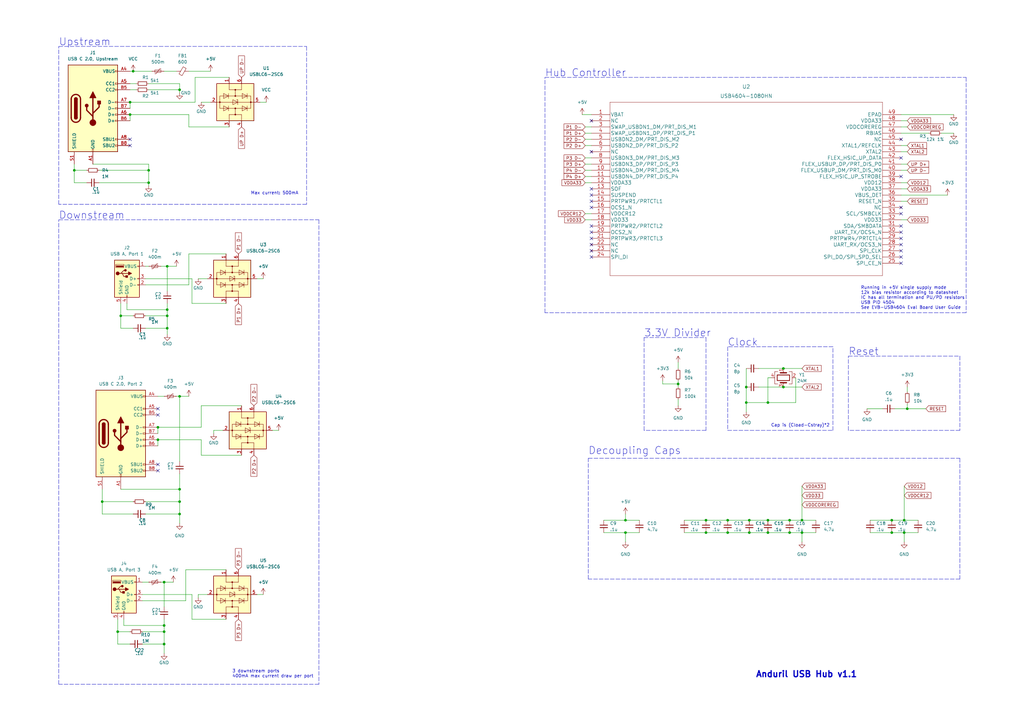
<source format=kicad_sch>
(kicad_sch (version 20211123) (generator eeschema)
  (paper "A3")
  (lib_symbols
    (symbol "2022-11-15_04-27-52:USB4604-1080HN" (pin_names (offset 0.254))
      (property "Reference" "U" (at 63.5 10.16 0))
      (property "Value" "USB4604-1080HN" (at 63.5 7.62 0))
      (symbol "USB4604-1080HN_1_1"
        (polyline (pts (xy 7.62 -66.04) (xy 119.38 -66.04)) (stroke (width 0.127)))
        (polyline (pts (xy 7.62 5.08) (xy 7.62 -66.04)) (stroke (width 0.127)))
        (polyline (pts (xy 119.38 -66.04) (xy 119.38 5.08)) (stroke (width 0.127)))
        (polyline (pts (xy 119.38 5.08) (xy 7.62 5.08)) (stroke (width 0.127)))
        (pin power_in line (at 0 0 0) (length 7.62) (name "VBAT") (number "1"))
        (pin bidirectional line (at 0 -22.86 0) (length 7.62) (name "USBDN4_DM/PRT_DIS_M4") (number "10"))
        (pin bidirectional line (at 0 -25.4 0) (length 7.62) (name "USBDN4_DP/PRT_DIS_P4") (number "11"))
        (pin power_in line (at 0 -27.94 0) (length 7.62) (name "VDDA33") (number "12"))
        (pin input line (at 0 -30.48 0) (length 7.62) (name "SOF") (number "13"))
        (pin unspecified line (at 0 -33.02 0) (length 7.62) (name "SUSPEND") (number "14"))
        (pin output line (at 0 -35.56 0) (length 7.62) (name "PRTPWR1/PRTCTL1") (number "15"))
        (pin input line (at 0 -38.1 0) (length 7.62) (name "OCS1_N") (number "16"))
        (pin power_in line (at 0 -40.64 0) (length 7.62) (name "VDDCR12") (number "17"))
        (pin power_in line (at 0 -43.18 0) (length 7.62) (name "VDD33") (number "18"))
        (pin output line (at 0 -45.72 0) (length 7.62) (name "PRTPWR2/PRTCTL2") (number "19"))
        (pin no_connect line (at 0 -2.54 0) (length 7.62) (name "NC") (number "2"))
        (pin input line (at 0 -48.26 0) (length 7.62) (name "OCS2_N") (number "20"))
        (pin output line (at 0 -50.8 0) (length 7.62) (name "PRTPWR3/PRTCTL3") (number "21"))
        (pin no_connect line (at 0 -53.34 0) (length 7.62) (name "NC") (number "22"))
        (pin no_connect line (at 0 -55.88 0) (length 7.62) (name "NC") (number "23"))
        (pin input line (at 0 -58.42 0) (length 7.62) (name "SPI_DI") (number "24"))
        (pin output line (at 127 -60.96 180) (length 7.62) (name "SPI_CE_N") (number "25"))
        (pin output line (at 127 -58.42 180) (length 7.62) (name "SPI_DO/SPI_SPD_SEL") (number "26"))
        (pin output line (at 127 -55.88 180) (length 7.62) (name "SPI_CLK") (number "27"))
        (pin unspecified line (at 127 -53.34 180) (length 7.62) (name "UART_RX/OCS3_N") (number "28"))
        (pin bidirectional line (at 127 -50.8 180) (length 7.62) (name "PRTPWR4/PRTCTL4") (number "29"))
        (pin bidirectional line (at 0 -5.08 0) (length 7.62) (name "SWAP_USBDN1_DM/PRT_DIS_M1") (number "3"))
        (pin output line (at 127 -48.26 180) (length 7.62) (name "UART_TX/OCS4_N") (number "30"))
        (pin bidirectional line (at 127 -45.72 180) (length 7.62) (name "SDA/SMBDATA") (number "31"))
        (pin power_in line (at 127 -43.18 180) (length 7.62) (name "VDD33") (number "32"))
        (pin input line (at 127 -40.64 180) (length 7.62) (name "SCL/SMBCLK") (number "33"))
        (pin no_connect line (at 127 -38.1 180) (length 7.62) (name "NC") (number "34"))
        (pin input line (at 127 -35.56 180) (length 7.62) (name "RESET_N") (number "35"))
        (pin input line (at 127 -33.02 180) (length 7.62) (name "VBUS_DET") (number "36"))
        (pin power_in line (at 127 -30.48 180) (length 7.62) (name "VDDA33") (number "37"))
        (pin power_in line (at 127 -27.94 180) (length 7.62) (name "VDD12") (number "38"))
        (pin input line (at 127 -25.4 180) (length 7.62) (name "FLEX_HSIC_UP_STROBE") (number "39"))
        (pin bidirectional line (at 0 -7.62 0) (length 7.62) (name "SWAP_USBDN1_DP/PRT_DIS_P1") (number "4"))
        (pin bidirectional line (at 127 -22.86 180) (length 7.62) (name "FLEX_USBUP_DM/PRT_DIS_M0") (number "40"))
        (pin bidirectional line (at 127 -20.32 180) (length 7.62) (name "FLEX_USBUP_DP/PRT_DIS_P0") (number "41"))
        (pin unspecified line (at 127 -17.78 180) (length 7.62) (name "FLEX_HSIC_UP_DATA") (number "42"))
        (pin output line (at 127 -15.24 180) (length 7.62) (name "XTAL2") (number "43"))
        (pin input line (at 127 -12.7 180) (length 7.62) (name "XTAL1/REFCLK") (number "44"))
        (pin no_connect line (at 127 -10.16 180) (length 7.62) (name "NC") (number "45"))
        (pin unspecified line (at 127 -7.62 180) (length 7.62) (name "RBIAS") (number "46"))
        (pin power_in line (at 127 -5.08 180) (length 7.62) (name "VDDCOREREG") (number "47"))
        (pin power_in line (at 127 -2.54 180) (length 7.62) (name "VDDA33") (number "48"))
        (pin unspecified line (at 127 0 180) (length 7.62) (name "EPAD") (number "49"))
        (pin bidirectional line (at 0 -10.16 0) (length 7.62) (name "USBDN2_DM/PRT_DIS_M2") (number "5"))
        (pin bidirectional line (at 0 -12.7 0) (length 7.62) (name "USBDN2_DP/PRT_DIS_P2") (number "6"))
        (pin no_connect line (at 0 -15.24 0) (length 7.62) (name "NC") (number "7"))
        (pin bidirectional line (at 0 -17.78 0) (length 7.62) (name "USBDN3_DM/PRT_DIS_M3") (number "8"))
        (pin bidirectional line (at 0 -20.32 0) (length 7.62) (name "USBDN3_DP/PRT_DIS_P3") (number "9"))
      )
    )
    (symbol "Connector:USB_A" (pin_names (offset 1.016))
      (property "Reference" "J" (at -5.08 11.43 0))
      (property "Value" "USB_A" (at -5.08 8.89 0))
      (symbol "USB_A_0_1"
        (rectangle (start -5.08 -7.62) (end 5.08 7.62) (stroke (width 0.254)) (fill (type background)))
        (circle (center -3.81 2.159) (radius 0.635) (stroke (width 0.254)) (fill (type outline)))
        (rectangle (start -1.524 4.826) (end -4.318 5.334) (fill (type outline)))
        (rectangle (start -1.27 4.572) (end -4.572 5.842))
        (circle (center -0.635 3.429) (radius 0.381) (stroke (width 0.254)) (fill (type outline)))
        (rectangle (start -0.127 -7.62) (end 0.127 -6.858))
        (polyline (pts (xy -3.175 2.159) (xy -2.54 2.159) (xy -1.27 3.429) (xy -0.635 3.429)) (stroke (width 0.254)))
        (polyline (pts (xy -2.54 2.159) (xy -1.905 2.159) (xy -1.27 0.889) (xy 0 0.889)) (stroke (width 0.254)))
        (polyline (pts (xy 0.635 2.794) (xy 0.635 1.524) (xy 1.905 2.159) (xy 0.635 2.794)) (stroke (width 0.254)) (fill (type outline)))
        (rectangle (start 0.254 1.27) (end -0.508 0.508) (stroke (width 0.254)) (fill (type outline)))
        (rectangle (start 5.08 -2.667) (end 4.318 -2.413))
        (rectangle (start 5.08 -0.127) (end 4.318 0.127))
        (rectangle (start 5.08 4.953) (end 4.318 5.207))
      )
      (symbol "USB_A_1_1"
        (polyline (pts (xy -1.905 2.159) (xy 0.635 2.159)) (stroke (width 0.254)))
        (pin power_in line (at 7.62 5.08 180) (length 2.54) (name "VBUS") (number "1"))
        (pin bidirectional line (at 7.62 -2.54 180) (length 2.54) (name "D-") (number "2"))
        (pin bidirectional line (at 7.62 0 180) (length 2.54) (name "D+") (number "3"))
        (pin power_in line (at 0 -10.16 90) (length 2.54) (name "GND") (number "4"))
        (pin passive line (at -2.54 -10.16 90) (length 2.54) (name "Shield") (number "5"))
      )
    )
    (symbol "Connector:USB_C_Receptacle_USB2.0" (pin_names (offset 1.016))
      (property "Reference" "J" (at -10.16 19.05 0))
      (property "Value" "USB_C_Receptacle_USB2.0" (at 19.05 19.05 0))
      (symbol "USB_C_Receptacle_USB2.0_0_0"
        (rectangle (start -0.254 -17.78) (end 0.254 -16.764))
        (rectangle (start 10.16 -14.986) (end 9.144 -15.494))
        (rectangle (start 10.16 -12.446) (end 9.144 -12.954))
        (rectangle (start 10.16 -4.826) (end 9.144 -5.334))
        (rectangle (start 10.16 -2.286) (end 9.144 -2.794))
        (rectangle (start 10.16 0.254) (end 9.144 -0.254))
        (rectangle (start 10.16 2.794) (end 9.144 2.286))
        (rectangle (start 10.16 7.874) (end 9.144 7.366))
        (rectangle (start 10.16 10.414) (end 9.144 9.906))
        (rectangle (start 10.16 15.494) (end 9.144 14.986))
      )
      (symbol "USB_C_Receptacle_USB2.0_0_1"
        (rectangle (start -10.16 17.78) (end 10.16 -17.78) (stroke (width 0.254)) (fill (type background)))
        (arc (start -8.89 -3.81) (mid -6.985 -5.715) (end -5.08 -3.81) (stroke (width 0.508)))
        (arc (start -7.62 -3.81) (mid -6.985 -4.445) (end -6.35 -3.81) (stroke (width 0.254)))
        (arc (start -7.62 -3.81) (mid -6.985 -4.445) (end -6.35 -3.81) (stroke (width 0.254)) (fill (type outline)))
        (rectangle (start -7.62 -3.81) (end -6.35 3.81) (stroke (width 0.254)) (fill (type outline)))
        (arc (start -6.35 3.81) (mid -6.985 4.445) (end -7.62 3.81) (stroke (width 0.254)))
        (arc (start -6.35 3.81) (mid -6.985 4.445) (end -7.62 3.81) (stroke (width 0.254)) (fill (type outline)))
        (arc (start -5.08 3.81) (mid -6.985 5.715) (end -8.89 3.81) (stroke (width 0.508)))
        (circle (center -2.54 1.143) (radius 0.635) (stroke (width 0.254)) (fill (type outline)))
        (circle (center 0 -5.842) (radius 1.27) (fill (type outline)))
        (polyline (pts (xy -8.89 -3.81) (xy -8.89 3.81)) (stroke (width 0.508)))
        (polyline (pts (xy -5.08 3.81) (xy -5.08 -3.81)) (stroke (width 0.508)))
        (polyline (pts (xy 0 -5.842) (xy 0 4.318)) (stroke (width 0.508)))
        (polyline (pts (xy 0 -3.302) (xy -2.54 -0.762) (xy -2.54 0.508)) (stroke (width 0.508)))
        (polyline (pts (xy 0 -2.032) (xy 2.54 0.508) (xy 2.54 1.778)) (stroke (width 0.508)))
        (polyline (pts (xy -1.27 4.318) (xy 0 6.858) (xy 1.27 4.318) (xy -1.27 4.318)) (stroke (width 0.254)) (fill (type outline)))
        (rectangle (start 1.905 1.778) (end 3.175 3.048) (stroke (width 0.254)) (fill (type outline)))
      )
      (symbol "USB_C_Receptacle_USB2.0_1_1"
        (pin passive line (at 0 -22.86 90) (length 5.08) (name "GND") (number "A1"))
        (pin passive line (at 0 -22.86 90) (length 5.08) hide (name "GND") (number "A12"))
        (pin passive line (at 15.24 15.24 180) (length 5.08) (name "VBUS") (number "A4"))
        (pin bidirectional line (at 15.24 10.16 180) (length 5.08) (name "CC1") (number "A5"))
        (pin bidirectional line (at 15.24 -2.54 180) (length 5.08) (name "D+") (number "A6"))
        (pin bidirectional line (at 15.24 2.54 180) (length 5.08) (name "D-") (number "A7"))
        (pin bidirectional line (at 15.24 -12.7 180) (length 5.08) (name "SBU1") (number "A8"))
        (pin passive line (at 15.24 15.24 180) (length 5.08) hide (name "VBUS") (number "A9"))
        (pin passive line (at 0 -22.86 90) (length 5.08) hide (name "GND") (number "B1"))
        (pin passive line (at 0 -22.86 90) (length 5.08) hide (name "GND") (number "B12"))
        (pin passive line (at 15.24 15.24 180) (length 5.08) hide (name "VBUS") (number "B4"))
        (pin bidirectional line (at 15.24 7.62 180) (length 5.08) (name "CC2") (number "B5"))
        (pin bidirectional line (at 15.24 -5.08 180) (length 5.08) (name "D+") (number "B6"))
        (pin bidirectional line (at 15.24 0 180) (length 5.08) (name "D-") (number "B7"))
        (pin bidirectional line (at 15.24 -15.24 180) (length 5.08) (name "SBU2") (number "B8"))
        (pin passive line (at 15.24 15.24 180) (length 5.08) hide (name "VBUS") (number "B9"))
        (pin passive line (at -7.62 -22.86 90) (length 5.08) (name "SHIELD") (number "S1"))
      )
    )
    (symbol "Device:C_Small" (pin_numbers hide) (pin_names (offset 0.254) hide)
      (property "Reference" "C" (at 0.254 1.778 0))
      (property "Value" "C_Small" (at 0.254 -2.032 0))
      (symbol "C_Small_0_1"
        (polyline (pts (xy -1.524 -0.508) (xy 1.524 -0.508)) (stroke (width 0.3302)))
        (polyline (pts (xy -1.524 0.508) (xy 1.524 0.508)) (stroke (width 0.3048)))
      )
      (symbol "C_Small_1_1"
        (pin passive line (at 0 2.54 270) (length 2.032) (name "~") (number "1"))
        (pin passive line (at 0 -2.54 90) (length 2.032) (name "~") (number "2"))
      )
    )
    (symbol "Device:Crystal_GND24" (pin_names (offset 1.016) hide)
      (property "Reference" "Y" (at 3.175 5.08 0))
      (property "Value" "Crystal_GND24" (at 3.175 3.175 0))
      (symbol "Crystal_GND24_0_1"
        (rectangle (start -1.143 2.54) (end 1.143 -2.54) (stroke (width 0.3048)))
        (polyline (pts (xy -2.54 0) (xy -2.032 0)))
        (polyline (pts (xy -2.032 -1.27) (xy -2.032 1.27)) (stroke (width 0.508)))
        (polyline (pts (xy 0 -3.81) (xy 0 -3.556)))
        (polyline (pts (xy 0 3.556) (xy 0 3.81)))
        (polyline (pts (xy 2.032 -1.27) (xy 2.032 1.27)) (stroke (width 0.508)))
        (polyline (pts (xy 2.032 0) (xy 2.54 0)))
        (polyline (pts (xy -2.54 -2.286) (xy -2.54 -3.556) (xy 2.54 -3.556) (xy 2.54 -2.286)))
        (polyline (pts (xy -2.54 2.286) (xy -2.54 3.556) (xy 2.54 3.556) (xy 2.54 2.286)))
      )
      (symbol "Crystal_GND24_1_1"
        (pin passive line (at -3.81 0 0) (length 1.27) (name "1") (number "1"))
        (pin passive line (at 0 5.08 270) (length 1.27) (name "2") (number "2"))
        (pin passive line (at 3.81 0 180) (length 1.27) (name "3") (number "3"))
        (pin passive line (at 0 -5.08 90) (length 1.27) (name "4") (number "4"))
      )
    )
    (symbol "Device:FerriteBead_Small" (pin_numbers hide) (pin_names (offset 0))
      (property "Reference" "FB" (at 1.905 1.27 0))
      (property "Value" "FerriteBead_Small" (at 1.905 -1.27 0))
      (symbol "FerriteBead_Small_0_1"
        (polyline (pts (xy 0 -1.27) (xy 0 -0.7874)))
        (polyline (pts (xy 0 0.889) (xy 0 1.2954)))
        (polyline (pts (xy -1.8288 0.2794) (xy -1.1176 1.4986) (xy 1.8288 -0.2032) (xy 1.1176 -1.4224) (xy -1.8288 0.2794)))
      )
      (symbol "FerriteBead_Small_1_1"
        (pin passive line (at 0 2.54 270) (length 1.27) (name "~") (number "1"))
        (pin passive line (at 0 -2.54 90) (length 1.27) (name "~") (number "2"))
      )
    )
    (symbol "Device:Polyfuse_Small" (pin_numbers hide) (pin_names (offset 0))
      (property "Reference" "F" (at -1.905 0 90))
      (property "Value" "Polyfuse_Small" (at 1.905 0 90))
      (symbol "Polyfuse_Small_0_1"
        (rectangle (start -0.508 1.27) (end 0.508 -1.27))
        (polyline (pts (xy 0 2.54) (xy 0 -2.54)))
        (polyline (pts (xy -1.016 1.27) (xy -1.016 0.762) (xy 1.016 -0.762) (xy 1.016 -1.27)))
      )
      (symbol "Polyfuse_Small_1_1"
        (pin passive line (at 0 2.54 270) (length 0.635) (name "~") (number "1"))
        (pin passive line (at 0 -2.54 90) (length 0.635) (name "~") (number "2"))
      )
    )
    (symbol "Device:R_Small" (pin_numbers hide) (pin_names (offset 0.254) hide)
      (property "Reference" "R" (at 0.762 0.508 0))
      (property "Value" "R_Small" (at 0.762 -1.016 0))
      (symbol "R_Small_0_1"
        (rectangle (start -0.762 1.778) (end 0.762 -1.778) (stroke (width 0.2032)))
      )
      (symbol "R_Small_1_1"
        (pin passive line (at 0 2.54 270) (length 0.762) (name "~") (number "1"))
        (pin passive line (at 0 -2.54 90) (length 0.762) (name "~") (number "2"))
      )
    )
    (symbol "Power_Protection:USBLC6-2SC6" (pin_names hide)
      (property "Reference" "U" (at 2.54 8.89 0))
      (property "Value" "USBLC6-2SC6" (at 2.54 -8.89 0))
      (symbol "USBLC6-2SC6_0_1"
        (rectangle (start -7.62 -7.62) (end 7.62 7.62) (stroke (width 0.254)) (fill (type background)))
        (circle (center -5.08 0) (radius 0.254) (fill (type outline)))
        (circle (center -2.54 0) (radius 0.254) (fill (type outline)))
        (rectangle (start -2.54 6.35) (end 2.54 -6.35))
        (circle (center 0 -6.35) (radius 0.254) (fill (type outline)))
        (polyline (pts (xy -5.08 -2.54) (xy -7.62 -2.54)))
        (polyline (pts (xy -5.08 0) (xy -5.08 -2.54)))
        (polyline (pts (xy -5.08 2.54) (xy -7.62 2.54)))
        (polyline (pts (xy -1.524 -2.794) (xy -3.556 -2.794)))
        (polyline (pts (xy -1.524 4.826) (xy -3.556 4.826)))
        (polyline (pts (xy 0 -7.62) (xy 0 -6.35)))
        (polyline (pts (xy 0 -6.35) (xy 0 1.27)))
        (polyline (pts (xy 0 1.27) (xy 0 6.35)))
        (polyline (pts (xy 0 6.35) (xy 0 7.62)))
        (polyline (pts (xy 1.524 -2.794) (xy 3.556 -2.794)))
        (polyline (pts (xy 1.524 4.826) (xy 3.556 4.826)))
        (polyline (pts (xy 5.08 -2.54) (xy 7.62 -2.54)))
        (polyline (pts (xy 5.08 0) (xy 5.08 -2.54)))
        (polyline (pts (xy 5.08 2.54) (xy 7.62 2.54)))
        (polyline (pts (xy -2.54 0) (xy -5.08 0) (xy -5.08 2.54)))
        (polyline (pts (xy 2.54 0) (xy 5.08 0) (xy 5.08 2.54)))
        (polyline (pts (xy -3.556 -4.826) (xy -1.524 -4.826) (xy -2.54 -2.794) (xy -3.556 -4.826)))
        (polyline (pts (xy -3.556 2.794) (xy -1.524 2.794) (xy -2.54 4.826) (xy -3.556 2.794)))
        (polyline (pts (xy -1.016 -1.016) (xy 1.016 -1.016) (xy 0 1.016) (xy -1.016 -1.016)))
        (polyline (pts (xy 1.016 1.016) (xy 0.762 1.016) (xy -1.016 1.016) (xy -1.016 0.508)))
        (polyline (pts (xy 3.556 -4.826) (xy 1.524 -4.826) (xy 2.54 -2.794) (xy 3.556 -4.826)))
        (polyline (pts (xy 3.556 2.794) (xy 1.524 2.794) (xy 2.54 4.826) (xy 3.556 2.794)))
        (circle (center 0 6.35) (radius 0.254) (fill (type outline)))
        (circle (center 2.54 0) (radius 0.254) (fill (type outline)))
        (circle (center 5.08 0) (radius 0.254) (fill (type outline)))
      )
      (symbol "USBLC6-2SC6_1_1"
        (pin passive line (at -10.16 -2.54 0) (length 2.54) (name "I/O1") (number "1"))
        (pin passive line (at 0 -10.16 90) (length 2.54) (name "GND") (number "2"))
        (pin passive line (at 10.16 -2.54 180) (length 2.54) (name "I/O2") (number "3"))
        (pin passive line (at 10.16 2.54 180) (length 2.54) (name "I/O2") (number "4"))
        (pin passive line (at 0 10.16 270) (length 2.54) (name "VBUS") (number "5"))
        (pin passive line (at -10.16 2.54 0) (length 2.54) (name "I/O1") (number "6"))
      )
    )
    (symbol "power:+3V3" (power) (pin_names (offset 0))
      (property "Value" "+3V3" (at 0 3.556 0))
      (symbol "+3V3_0_1"
        (polyline (pts (xy -0.762 1.27) (xy 0 2.54)))
        (polyline (pts (xy 0 0) (xy 0 2.54)))
        (polyline (pts (xy 0 2.54) (xy 0.762 1.27)))
      )
      (symbol "+3V3_1_1"
        (pin power_in line (at 0 0 90) (length 0) hide (name "+3V3") (number "1"))
      )
    )
    (symbol "power:+5V" (power) (pin_names (offset 0))
      (property "Value" "+5V" (at 0 3.556 0))
      (symbol "+5V_0_1"
        (polyline (pts (xy -0.762 1.27) (xy 0 2.54)))
        (polyline (pts (xy 0 0) (xy 0 2.54)))
        (polyline (pts (xy 0 2.54) (xy 0.762 1.27)))
      )
      (symbol "+5V_1_1"
        (pin power_in line (at 0 0 90) (length 0) hide (name "+5V") (number "1"))
      )
    )
    (symbol "power:GND" (power) (pin_names (offset 0))
      (property "Value" "GND" (at 0 -3.81 0))
      (symbol "GND_0_1"
        (polyline (pts (xy 0 0) (xy 0 -1.27) (xy 1.27 -1.27) (xy 0 -2.54) (xy -1.27 -1.27) (xy 0 -1.27)))
      )
      (symbol "GND_1_1"
        (pin power_in line (at 0 0 270) (length 0) hide (name "GND") (number "1"))
      )
    )
    (symbol "power:VCC" (power) (pin_names (offset 0))
      (property "Value" "VCC" (at 0 3.81 0))
      (symbol "VCC_0_1"
        (polyline (pts (xy -0.762 1.27) (xy 0 2.54)))
        (polyline (pts (xy 0 0) (xy 0 2.54)))
        (polyline (pts (xy 0 2.54) (xy 0.762 1.27)))
      )
      (symbol "VCC_1_1"
        (pin power_in line (at 0 0 90) (length 0) hide (name "VCC") (number "1"))
      )
    )
  )
  (junction (at 53.34 41.91))
  (junction (at 64.77 180.34))
  (junction (at 289.56 218.44))
  (junction (at 73.66 36.83))
  (junction (at 68.58 134.62))
  (junction (at 314.96 218.44))
  (junction (at 68.58 127))
  (junction (at 365.76 213.36))
  (junction (at 256.54 213.36))
  (junction (at 68.58 109.22))
  (junction (at 73.66 162.56))
  (junction (at 30.48 69.85))
  (junction (at 289.56 213.36))
  (junction (at 370.84 218.44))
  (junction (at 307.34 213.36))
  (junction (at 67.31 264.16))
  (junction (at 306.07 158.75))
  (junction (at 64.77 175.26))
  (junction (at 41.91 205.74))
  (junction (at 323.85 218.44))
  (junction (at 53.34 46.99))
  (junction (at 307.34 218.44))
  (junction (at 67.31 259.08))
  (junction (at 54.61 29.21))
  (junction (at 278.13 157.48))
  (junction (at 60.96 74.93))
  (junction (at 73.66 205.74))
  (junction (at 314.96 213.36))
  (junction (at 60.96 69.85))
  (junction (at 323.85 213.36))
  (junction (at 67.31 238.76))
  (junction (at 298.45 213.36))
  (junction (at 306.07 165.1))
  (junction (at 314.96 165.1))
  (junction (at 256.54 218.44))
  (junction (at 68.58 129.54))
  (junction (at 73.66 200.66))
  (junction (at 49.53 129.54))
  (junction (at 321.31 151.13))
  (junction (at 372.11 167.64))
  (junction (at 73.66 210.82))
  (junction (at 298.45 218.44))
  (junction (at 328.93 213.36))
  (junction (at 67.31 256.54))
  (junction (at 370.84 213.36))
  (junction (at 328.93 218.44))
  (junction (at 321.31 158.75))
  (junction (at 48.26 259.08))
  (junction (at 365.76 218.44))
  (no_connect (at 369.57 100.33))
  (no_connect (at 242.57 80.01))
  (no_connect (at 242.57 85.09))
  (no_connect (at 242.57 95.25))
  (no_connect (at 242.57 77.47))
  (no_connect (at 64.77 193.04))
  (no_connect (at 64.77 190.5))
  (no_connect (at 369.57 72.39))
  (no_connect (at 242.57 62.23))
  (no_connect (at 242.57 97.79))
  (no_connect (at 242.57 100.33))
  (no_connect (at 242.57 102.87))
  (no_connect (at 242.57 92.71))
  (no_connect (at 242.57 49.53))
  (no_connect (at 53.34 57.15))
  (no_connect (at 53.34 59.69))
  (no_connect (at 369.57 92.71))
  (no_connect (at 369.57 87.63))
  (no_connect (at 242.57 105.41))
  (no_connect (at 242.57 82.55))
  (no_connect (at 64.77 170.18))
  (no_connect (at 64.77 167.64))
  (no_connect (at 369.57 107.95))
  (no_connect (at 369.57 85.09))
  (no_connect (at 369.57 97.79))
  (no_connect (at 369.57 64.77))
  (no_connect (at 369.57 102.87))
  (no_connect (at 369.57 105.41))
  (no_connect (at 369.57 57.15))
  (no_connect (at 369.57 95.25))
  (polyline (pts (xy 396.24 31.75) (xy 396.24 128.27)))
  (wire (pts (xy 64.77 180.34) (xy 64.77 182.88)))
  (polyline (pts (xy 24.13 90.17) (xy 130.81 90.17)))
  (wire (pts (xy 328.93 213.36) (xy 334.645 213.36)))
  (wire (pts (xy 68.58 129.54) (xy 68.58 127)))
  (polyline (pts (xy 223.52 128.27) (xy 223.52 31.75)))
  (polyline (pts (xy 130.81 280.67) (xy 24.13 280.67)))
  (wire (pts (xy 369.57 74.93) (xy 372.11 74.93)))
  (polyline (pts (xy 341.63 176.53) (xy 341.63 142.24)))
  (wire (pts (xy 240.03 90.17) (xy 242.57 90.17)))
  (polyline (pts (xy 264.16 176.53) (xy 264.16 138.43)))
  (wire (pts (xy 106.68 41.91) (xy 109.22 41.91)))
  (wire (pts (xy 59.69 129.54) (xy 68.58 129.54)))
  (wire (pts (xy 78.74 124.46) (xy 92.71 124.46)))
  (wire (pts (xy 78.74 254) (xy 92.71 254)))
  (wire (pts (xy 64.77 175.26) (xy 82.55 175.26)))
  (wire (pts (xy 68.58 137.16) (xy 68.58 134.62)))
  (wire (pts (xy 67.31 29.21) (xy 72.39 29.21)))
  (wire (pts (xy 67.31 259.08) (xy 67.31 264.16)))
  (wire (pts (xy 298.45 213.36) (xy 307.34 213.36)))
  (wire (pts (xy 242.57 57.15) (xy 240.03 57.15)))
  (wire (pts (xy 76.2 246.38) (xy 76.2 233.68)))
  (wire (pts (xy 242.57 52.07) (xy 240.03 52.07)))
  (wire (pts (xy 369.57 90.17) (xy 372.11 90.17)))
  (wire (pts (xy 278.13 156.21) (xy 278.13 157.48)))
  (wire (pts (xy 73.66 34.29) (xy 73.66 36.83)))
  (wire (pts (xy 76.2 233.68) (xy 92.71 233.68)))
  (wire (pts (xy 60.96 67.31) (xy 60.96 69.85)))
  (wire (pts (xy 64.77 162.56) (xy 67.31 162.56)))
  (wire (pts (xy 60.96 69.85) (xy 60.96 74.93)))
  (polyline (pts (xy 241.3 187.96) (xy 393.7 187.96)))
  (wire (pts (xy 82.55 175.26) (xy 82.55 166.37)))
  (wire (pts (xy 328.93 218.44) (xy 334.645 218.44)))
  (wire (pts (xy 370.84 218.44) (xy 376.555 218.44)))
  (polyline (pts (xy 393.7 146.05) (xy 393.7 176.53)))
  (wire (pts (xy 372.11 165.735) (xy 372.11 167.64)))
  (polyline (pts (xy 125.73 83.82) (xy 24.13 83.82)))
  (wire (pts (xy 372.11 167.64) (xy 379.73 167.64)))
  (wire (pts (xy 369.57 69.85) (xy 372.11 69.85)))
  (polyline (pts (xy 264.16 138.43) (xy 289.56 138.43)))
  (wire (pts (xy 370.84 213.36) (xy 376.555 213.36)))
  (wire (pts (xy 59.69 134.62) (xy 68.58 134.62)))
  (wire (pts (xy 48.26 259.08) (xy 48.26 264.16)))
  (wire (pts (xy 307.34 213.36) (xy 314.96 213.36)))
  (wire (pts (xy 311.15 151.13) (xy 321.31 151.13)))
  (wire (pts (xy 280.67 213.36) (xy 289.56 213.36)))
  (wire (pts (xy 369.57 80.01) (xy 388.62 80.01)))
  (wire (pts (xy 271.78 157.48) (xy 271.78 156.21)))
  (wire (pts (xy 41.91 210.82) (xy 54.61 210.82)))
  (polyline (pts (xy 125.73 19.05) (xy 125.73 83.82)))
  (wire (pts (xy 49.53 129.54) (xy 49.53 134.62)))
  (wire (pts (xy 48.26 259.08) (xy 53.34 259.08)))
  (wire (pts (xy 49.53 124.46) (xy 49.53 129.54)))
  (wire (pts (xy 53.34 34.29) (xy 55.88 34.29)))
  (wire (pts (xy 52.07 127) (xy 68.58 127)))
  (wire (pts (xy 356.87 213.36) (xy 365.76 213.36)))
  (wire (pts (xy 91.44 176.53) (xy 87.63 176.53)))
  (wire (pts (xy 240.03 72.39) (xy 242.57 72.39)))
  (wire (pts (xy 30.48 67.31) (xy 30.48 69.85)))
  (wire (pts (xy 355.6 167.64) (xy 361.95 167.64)))
  (wire (pts (xy 67.31 238.76) (xy 67.31 248.92)))
  (wire (pts (xy 278.13 163.83) (xy 278.13 166.37)))
  (wire (pts (xy 247.65 218.44) (xy 256.54 218.44)))
  (wire (pts (xy 49.53 200.66) (xy 73.66 200.66)))
  (wire (pts (xy 53.34 46.99) (xy 77.47 46.99)))
  (wire (pts (xy 68.58 109.22) (xy 68.58 119.38)))
  (wire (pts (xy 73.66 194.31) (xy 73.66 200.66)))
  (wire (pts (xy 256.54 218.44) (xy 256.54 222.25)))
  (wire (pts (xy 58.42 243.84) (xy 78.74 243.84)))
  (wire (pts (xy 40.64 69.85) (xy 60.96 69.85)))
  (wire (pts (xy 306.07 158.75) (xy 306.07 165.1)))
  (wire (pts (xy 53.34 36.83) (xy 55.88 36.83)))
  (wire (pts (xy 73.66 200.66) (xy 73.66 205.74)))
  (wire (pts (xy 369.57 54.61) (xy 381 54.61)))
  (wire (pts (xy 321.31 158.75) (xy 328.93 158.75)))
  (wire (pts (xy 68.58 134.62) (xy 68.58 129.54)))
  (wire (pts (xy 78.74 243.84) (xy 78.74 254)))
  (wire (pts (xy 73.66 210.82) (xy 73.66 214.63)))
  (polyline (pts (xy 298.45 142.24) (xy 298.45 176.53)))
  (polyline (pts (xy 24.13 280.67) (xy 24.13 90.17)))
  (wire (pts (xy 59.69 116.84) (xy 77.47 116.84)))
  (wire (pts (xy 66.04 238.76) (xy 67.31 238.76)))
  (wire (pts (xy 49.53 134.62) (xy 54.61 134.62)))
  (wire (pts (xy 311.15 158.75) (xy 321.31 158.75)))
  (wire (pts (xy 40.64 74.93) (xy 60.96 74.93)))
  (wire (pts (xy 369.57 62.23) (xy 372.11 62.23)))
  (wire (pts (xy 105.41 243.84) (xy 107.95 243.84)))
  (wire (pts (xy 242.57 59.69) (xy 240.03 59.69)))
  (wire (pts (xy 72.39 109.22) (xy 68.58 109.22)))
  (polyline (pts (xy 347.98 146.05) (xy 393.7 146.05)))
  (polyline (pts (xy 24.13 19.05) (xy 125.73 19.05)))
  (wire (pts (xy 59.69 210.82) (xy 73.66 210.82)))
  (wire (pts (xy 280.67 218.44) (xy 289.56 218.44)))
  (wire (pts (xy 41.91 200.66) (xy 41.91 205.74)))
  (wire (pts (xy 328.93 218.44) (xy 328.93 222.25)))
  (wire (pts (xy 67.31 256.54) (xy 67.31 259.08)))
  (wire (pts (xy 77.47 29.21) (xy 86.36 29.21)))
  (wire (pts (xy 306.07 165.1) (xy 306.07 168.91)))
  (wire (pts (xy 369.57 67.31) (xy 372.11 67.31)))
  (wire (pts (xy 73.66 38.1) (xy 73.66 36.83)))
  (wire (pts (xy 67.31 264.16) (xy 67.31 267.97)))
  (wire (pts (xy 278.13 157.48) (xy 278.13 158.75)))
  (polyline (pts (xy 298.45 176.53) (xy 341.63 176.53)))
  (wire (pts (xy 314.96 154.94) (xy 316.23 154.94)))
  (wire (pts (xy 314.96 165.1) (xy 326.39 165.1)))
  (wire (pts (xy 30.48 74.93) (xy 35.56 74.93)))
  (polyline (pts (xy 289.56 138.43) (xy 289.56 176.53)))
  (wire (pts (xy 314.96 213.36) (xy 323.85 213.36)))
  (wire (pts (xy 369.57 59.69) (xy 372.11 59.69)))
  (wire (pts (xy 53.34 29.21) (xy 54.61 29.21)))
  (wire (pts (xy 60.96 74.93) (xy 60.96 76.2)))
  (wire (pts (xy 49.53 129.54) (xy 54.61 129.54)))
  (wire (pts (xy 326.39 154.94) (xy 326.39 165.1)))
  (wire (pts (xy 77.47 116.84) (xy 77.47 104.14)))
  (wire (pts (xy 365.76 218.44) (xy 370.84 218.44)))
  (wire (pts (xy 369.57 52.07) (xy 372.11 52.07)))
  (wire (pts (xy 38.1 67.31) (xy 60.96 67.31)))
  (wire (pts (xy 85.09 243.84) (xy 81.28 243.84)))
  (wire (pts (xy 369.57 77.47) (xy 372.11 77.47)))
  (wire (pts (xy 48.26 254) (xy 48.26 259.08)))
  (wire (pts (xy 307.34 218.44) (xy 314.96 218.44)))
  (wire (pts (xy 64.77 175.26) (xy 64.77 177.8)))
  (wire (pts (xy 81.28 243.84) (xy 81.28 245.11)))
  (wire (pts (xy 60.96 109.22) (xy 59.69 109.22)))
  (wire (pts (xy 356.87 218.44) (xy 365.76 218.44)))
  (wire (pts (xy 82.55 186.69) (xy 99.06 186.69)))
  (wire (pts (xy 369.57 49.53) (xy 372.11 49.53)))
  (wire (pts (xy 41.91 205.74) (xy 41.91 210.82)))
  (wire (pts (xy 48.26 264.16) (xy 53.34 264.16)))
  (wire (pts (xy 314.96 218.44) (xy 323.85 218.44)))
  (wire (pts (xy 370.84 199.39) (xy 370.84 213.36)))
  (polyline (pts (xy 341.63 142.24) (xy 298.45 142.24)))
  (polyline (pts (xy 393.7 176.53) (xy 347.98 176.53)))
  (polyline (pts (xy 130.81 90.17) (xy 130.81 280.67)))
  (wire (pts (xy 77.47 52.07) (xy 93.98 52.07)))
  (wire (pts (xy 111.76 176.53) (xy 114.3 176.53)))
  (wire (pts (xy 306.07 165.1) (xy 314.96 165.1)))
  (wire (pts (xy 86.36 41.91) (xy 82.55 41.91)))
  (wire (pts (xy 372.11 158.75) (xy 372.11 160.655)))
  (polyline (pts (xy 24.13 83.82) (xy 24.13 19.05)))
  (wire (pts (xy 367.03 167.64) (xy 372.11 167.64)))
  (wire (pts (xy 314.96 154.94) (xy 314.96 165.1)))
  (wire (pts (xy 77.47 162.56) (xy 73.66 162.56)))
  (wire (pts (xy 60.96 34.29) (xy 73.66 34.29)))
  (wire (pts (xy 58.42 259.08) (xy 67.31 259.08)))
  (wire (pts (xy 323.85 213.36) (xy 328.93 213.36)))
  (wire (pts (xy 386.08 54.61) (xy 391.16 54.61)))
  (wire (pts (xy 77.47 104.14) (xy 92.71 104.14)))
  (wire (pts (xy 328.93 199.39) (xy 328.93 213.36)))
  (wire (pts (xy 370.84 218.44) (xy 370.84 222.25)))
  (wire (pts (xy 80.01 41.91) (xy 80.01 31.75)))
  (wire (pts (xy 238.76 46.99) (xy 242.57 46.99)))
  (wire (pts (xy 247.65 213.36) (xy 256.54 213.36)))
  (wire (pts (xy 289.56 213.36) (xy 298.45 213.36)))
  (wire (pts (xy 54.61 29.21) (xy 62.23 29.21)))
  (wire (pts (xy 369.57 46.99) (xy 391.16 46.99)))
  (polyline (pts (xy 223.52 31.75) (xy 396.24 31.75)))
  (wire (pts (xy 53.34 46.99) (xy 53.34 49.53)))
  (polyline (pts (xy 241.3 237.49) (xy 241.3 187.96)))
  (wire (pts (xy 271.78 157.48) (xy 278.13 157.48)))
  (wire (pts (xy 242.57 54.61) (xy 240.03 54.61)))
  (wire (pts (xy 58.42 264.16) (xy 67.31 264.16)))
  (wire (pts (xy 41.91 205.74) (xy 54.61 205.74)))
  (wire (pts (xy 77.47 46.99) (xy 77.47 52.07)))
  (wire (pts (xy 60.96 36.83) (xy 73.66 36.83)))
  (wire (pts (xy 87.63 176.53) (xy 87.63 177.8)))
  (wire (pts (xy 306.07 151.13) (xy 306.07 158.75)))
  (wire (pts (xy 58.42 246.38) (xy 76.2 246.38)))
  (wire (pts (xy 53.34 41.91) (xy 80.01 41.91)))
  (wire (pts (xy 71.12 238.76) (xy 67.31 238.76)))
  (wire (pts (xy 289.56 218.44) (xy 298.45 218.44)))
  (wire (pts (xy 73.66 205.74) (xy 73.66 210.82)))
  (wire (pts (xy 80.01 31.75) (xy 93.98 31.75)))
  (wire (pts (xy 256.54 210.82) (xy 256.54 213.36)))
  (wire (pts (xy 278.13 148.59) (xy 278.13 151.13)))
  (wire (pts (xy 64.77 180.34) (xy 82.55 180.34)))
  (wire (pts (xy 240.03 87.63) (xy 242.57 87.63)))
  (wire (pts (xy 72.39 162.56) (xy 73.66 162.56)))
  (wire (pts (xy 240.03 74.93) (xy 242.57 74.93)))
  (wire (pts (xy 58.42 238.76) (xy 60.96 238.76)))
  (polyline (pts (xy 396.24 128.27) (xy 223.52 128.27)))
  (wire (pts (xy 369.57 82.55) (xy 372.11 82.55)))
  (wire (pts (xy 52.07 124.46) (xy 52.07 127)))
  (wire (pts (xy 66.04 109.22) (xy 68.58 109.22)))
  (polyline (pts (xy 289.56 176.53) (xy 264.16 176.53)))
  (wire (pts (xy 30.48 69.85) (xy 30.48 74.93)))
  (wire (pts (xy 67.31 256.54) (xy 50.8 256.54)))
  (wire (pts (xy 256.54 218.44) (xy 262.255 218.44)))
  (wire (pts (xy 82.55 180.34) (xy 82.55 186.69)))
  (wire (pts (xy 242.57 67.31) (xy 240.03 67.31)))
  (wire (pts (xy 78.74 114.3) (xy 78.74 124.46)))
  (wire (pts (xy 53.34 41.91) (xy 53.34 44.45)))
  (polyline (pts (xy 393.7 187.96) (xy 393.7 237.49)))
  (wire (pts (xy 50.8 254) (xy 50.8 256.54)))
  (wire (pts (xy 68.58 127) (xy 68.58 124.46)))
  (wire (pts (xy 240.03 69.85) (xy 242.57 69.85)))
  (wire (pts (xy 323.85 218.44) (xy 328.93 218.44)))
  (polyline (pts (xy 393.7 237.49) (xy 241.3 237.49)))
  (wire (pts (xy 59.69 205.74) (xy 73.66 205.74)))
  (wire (pts (xy 256.54 213.36) (xy 262.255 213.36)))
  (wire (pts (xy 73.66 162.56) (xy 73.66 189.23)))
  (wire (pts (xy 30.48 69.85) (xy 35.56 69.85)))
  (wire (pts (xy 67.31 256.54) (xy 67.31 254)))
  (wire (pts (xy 242.57 64.77) (xy 240.03 64.77)))
  (wire (pts (xy 82.55 166.37) (xy 99.06 166.37)))
  (wire (pts (xy 105.41 114.3) (xy 107.95 114.3)))
  (wire (pts (xy 365.76 213.36) (xy 370.84 213.36)))
  (wire (pts (xy 85.09 114.3) (xy 81.28 114.3)))
  (wire (pts (xy 59.69 114.3) (xy 78.74 114.3)))
  (polyline (pts (xy 347.98 176.53) (xy 347.98 146.05)))
  (wire (pts (xy 298.45 218.44) (xy 307.34 218.44)))
  (wire (pts (xy 321.31 151.13) (xy 328.93 151.13)))
  (text "Clock" (at 298.45 142.24 0) (effects (font (size 3 3)) (justify left bottom)))
  (text "Reset" (at 347.98 146.05 0) (effects (font (size 3 3)) (justify left bottom)))
  (text "Anduril USB Hub v1.1" (at 309.88 278.13 0) (effects (font (size 2.5 2.5) (thickness 0.5) bold) (justify left bottom)))
  (text "Cap is (Cload-Cstray)*2" (at 316.23 175.26 0) (effects (font (size 1.27 1.27)) (justify left bottom)))
  (text "3.3V Divider" (at 264.16 138.43 0) (effects (font (size 3 3)) (justify left bottom)))
  (text "Hub Controller" (at 223.52 31.75 0) (effects (font (size 3 3)) (justify left bottom)))
  (text "Upstream" (at 24.13 19.05 0) (effects (font (size 3 3)) (justify left bottom)))
  (text "Downstream" (at 24.13 90.17 0) (effects (font (size 3 3)) (justify left bottom)))
  (text "Running in +5V single supply mode\n12k bias resistor according to datasheet\nIC has all termination and PU/PD resistors\nUSB PID 4504\nSee EVB-USB4604 Eval Board User Guide" (at 353.06 127 0) (effects (font (size 1.27 1.27)) (justify left bottom)))
  (text "Decoupling Caps" (at 241.3 186.69 0) (effects (font (size 3 3)) (justify left bottom)))
  (text "3 downstream ports\n400mA max current draw per port" (at 95.25 278.13 0) (effects (font (size 1.27 1.27)) (justify left bottom)))
  (text "Max current: 500mA" (at 102.87 80.01 0) (effects (font (size 1.27 1.27)) (justify left bottom)))
  (global_label "P4 D+" (shape input) (at 240.03 72.39 180) (property "Intersheet References" "${INTERSHEET_REFS}" (effects hide)))
  (global_label "P1 D-" (shape input) (at 240.03 52.07 180) (property "Intersheet References" "${INTERSHEET_REFS}" (effects hide)))
  (global_label "P1 D+" (shape input) (at 240.03 54.61 180) (property "Intersheet References" "${INTERSHEET_REFS}" (effects hide)))
  (global_label "XTAL1" (shape input) (at 372.11 59.69 0) (property "Intersheet References" "${INTERSHEET_REFS}" (effects hide)))
  (global_label "UP D-" (shape input) (at 372.11 69.85 0) (property "Intersheet References" "${INTERSHEET_REFS}" (effects hide)))
  (global_label "P3 D+" (shape input) (at 97.79 254 270) (property "Intersheet References" "${INTERSHEET_REFS}" (effects hide)))
  (global_label "VDDCR12" (shape input) (at 370.84 203.2 0) (property "Intersheet References" "${INTERSHEET_REFS}" (effects hide)))
  (global_label "UP D+" (shape input) (at 372.11 67.31 0) (property "Intersheet References" "${INTERSHEET_REFS}" (effects hide)))
  (global_label "UP D+" (shape input) (at 99.06 52.07 270) (property "Intersheet References" "${INTERSHEET_REFS}" (effects hide)))
  (global_label "P2 D+" (shape input) (at 104.14 186.69 270) (property "Intersheet References" "${INTERSHEET_REFS}" (effects hide)))
  (global_label "P3 D+" (shape input) (at 240.03 67.31 180) (property "Intersheet References" "${INTERSHEET_REFS}" (effects hide)))
  (global_label "RESET" (shape input) (at 372.11 82.55 0) (property "Intersheet References" "${INTERSHEET_REFS}" (effects hide)))
  (global_label "VDD33" (shape input) (at 372.11 90.17 0) (property "Intersheet References" "${INTERSHEET_REFS}" (effects hide)))
  (global_label "P3 D-" (shape input) (at 240.03 64.77 180) (property "Intersheet References" "${INTERSHEET_REFS}" (effects hide)))
  (global_label "VDDA33" (shape input) (at 372.11 77.47 0) (property "Intersheet References" "${INTERSHEET_REFS}" (effects hide)))
  (global_label "P2 D+" (shape input) (at 240.03 59.69 180) (property "Intersheet References" "${INTERSHEET_REFS}" (effects hide)))
  (global_label "VDDCR12" (shape input) (at 240.03 87.63 180) (property "Intersheet References" "${INTERSHEET_REFS}" (effects hide)))
  (global_label "VDDCOREREG" (shape input) (at 372.11 52.07 0) (property "Intersheet References" "${INTERSHEET_REFS}" (effects hide)))
  (global_label "VDD33" (shape input) (at 240.03 90.17 180) (property "Intersheet References" "${INTERSHEET_REFS}" (effects hide)))
  (global_label "VDD33" (shape input) (at 328.93 203.2 0) (property "Intersheet References" "${INTERSHEET_REFS}" (effects hide)))
  (global_label "P2 D-" (shape input) (at 240.03 57.15 180) (property "Intersheet References" "${INTERSHEET_REFS}" (effects hide)))
  (global_label "VDDA33" (shape input) (at 372.11 49.53 0) (property "Intersheet References" "${INTERSHEET_REFS}" (effects hide)))
  (global_label "P4 D-" (shape input) (at 240.03 69.85 180) (property "Intersheet References" "${INTERSHEET_REFS}" (effects hide)))
  (global_label "XTAL2" (shape input) (at 328.93 158.75 0) (property "Intersheet References" "${INTERSHEET_REFS}" (effects hide)))
  (global_label "VDDCOREREG" (shape input) (at 328.93 207.01 0) (property "Intersheet References" "${INTERSHEET_REFS}" (effects hide)))
  (global_label "XTAL2" (shape input) (at 372.11 62.23 0) (property "Intersheet References" "${INTERSHEET_REFS}" (effects hide)))
  (global_label "VDD12" (shape input) (at 372.11 74.93 0) (property "Intersheet References" "${INTERSHEET_REFS}" (effects hide)))
  (global_label "VDDA33" (shape input) (at 328.93 199.39 0) (property "Intersheet References" "${INTERSHEET_REFS}" (effects hide)))
  (global_label "VDD12" (shape input) (at 370.84 199.39 0) (property "Intersheet References" "${INTERSHEET_REFS}" (effects hide)))
  (global_label "RESET" (shape input) (at 379.73 167.64 0) (property "Intersheet References" "${INTERSHEET_REFS}" (effects hide)))
  (global_label "P3 D-" (shape input) (at 97.79 233.68 90) (property "Intersheet References" "${INTERSHEET_REFS}" (effects hide)))
  (global_label "P2 D-" (shape input) (at 104.14 166.37 90) (property "Intersheet References" "${INTERSHEET_REFS}" (effects hide)))
  (global_label "UP D-" (shape input) (at 99.06 31.75 90) (property "Intersheet References" "${INTERSHEET_REFS}" (effects hide)))
  (global_label "P1 D+" (shape input) (at 97.79 124.46 270) (property "Intersheet References" "${INTERSHEET_REFS}" (effects hide)))
  (global_label "VDDA33" (shape input) (at 240.03 74.93 180) (property "Intersheet References" "${INTERSHEET_REFS}" (effects hide)))
  (global_label "XTAL1" (shape input) (at 328.93 151.13 0) (property "Intersheet References" "${INTERSHEET_REFS}" (effects hide)))
  (global_label "P1 D-" (shape input) (at 97.79 104.14 90) (property "Intersheet References" "${INTERSHEET_REFS}" (effects hide)))
  (symbol (lib_id "Device:C_Small") (at 57.15 210.82 90) (unit 1)
    (property "Reference" "C8" (at 58.42 213.36 90))
    (property "Value" ".1u" (at 58.42 214.63 90))
    (property "Footprint" "Capacitor_SMD:C_0805_2012Metric" (effects hide))
  )
  (symbol (lib_id "Device:R_Small") (at 38.1 69.85 90) (unit 1)
    (property "Reference" "R4" (at 43.18 69.85 90))
    (property "Value" "1M" (at 43.18 72.39 90))
    (property "Footprint" "Resistor_SMD:R_0805_2012Metric" (effects hide))
  )
  (symbol (lib_id "Device:C_Small") (at 38.1 74.93 90) (unit 1)
    (property "Reference" "C1" (at 39.37 77.47 90))
    (property "Value" ".1u" (at 39.37 78.74 90))
    (property "Footprint" "Capacitor_SMD:C_0805_2012Metric" (effects hide))
  )
  (symbol (lib_id "Device:R_Small") (at 383.54 54.61 90) (unit 1)
    (property "Reference" "R3" (at 378.46 55.88 90))
    (property "Value" "12k 1%" (at 383.54 57.15 90))
    (property "Footprint" "Resistor_SMD:R_0805_2012Metric" (effects hide))
  )
  (symbol (lib_id "power:+5V") (at 114.3 176.53 0) (unit 1)
    (property "Reference" "#PWR024" (effects hide))
    (property "Value" "+5V" (at 114.3 171.45 0))
  )
  (symbol (lib_id "Device:C_Small") (at 67.31 251.46 0) (unit 1)
    (property "Reference" "C21" (at 62.23 250.19 0) (effects (justify left)))
    (property "Value" "1u" (at 62.23 251.46 0) (effects (justify left)))
    (property "Footprint" "Capacitor_SMD:C_0805_2012Metric" (effects hide))
  )
  (symbol (lib_id "Power_Protection:USBLC6-2SC6") (at 96.52 41.91 270) (unit 1)
    (property "Reference" "U1" (at 109.22 27.94 90))
    (property "Value" "USBLC6-2SC6" (at 109.22 30.48 90))
    (property "Footprint" "Package_TO_SOT_SMD:SOT-23-6" (effects hide))
    (property "Datasheet" "https://www.st.com/resource/en/datasheet/usblc6-2.pdf" (effects hide))
  )
  (symbol (lib_id "power:GND") (at 73.66 214.63 0) (unit 1)
    (property "Reference" "#PWR028" (effects hide))
    (property "Value" "GND" (at 73.66 219.71 0))
  )
  (symbol (lib_id "power:GND") (at 391.16 46.99 0) (unit 1)
    (property "Reference" "#PWR07" (effects hide))
    (property "Value" "GND" (at 391.16 50.8 0))
  )
  (symbol (lib_id "power:+5V") (at 256.54 210.82 0) (unit 1)
    (property "Reference" "#PWR026" (effects hide))
    (property "Value" "+5V" (at 256.54 205.74 0))
  )
  (symbol (lib_id "Device:C_Small") (at 308.61 151.13 90) (unit 1)
    (property "Reference" "C4" (at 302.26 149.86 90))
    (property "Value" "8p" (at 302.26 152.4 90))
    (property "Footprint" "Capacitor_SMD:C_0805_2012Metric" (effects hide))
  )
  (symbol (lib_id "power:GND") (at 355.6 167.64 0) (unit 1)
    (property "Reference" "#PWR022" (effects hide))
    (property "Value" "GND" (at 355.6 172.085 0))
  )
  (symbol (lib_id "power:GND") (at 370.84 222.25 0) (unit 1)
    (property "Reference" "#PWR031" (effects hide))
    (property "Value" "GND" (at 370.84 227.33 0))
  )
  (symbol (lib_id "power:GND") (at 68.58 137.16 0) (unit 1)
    (property "Reference" "#PWR016" (effects hide))
    (property "Value" "GND" (at 68.58 140.97 0))
  )
  (symbol (lib_id "Device:C_Small") (at 323.85 215.9 0) (unit 1)
    (property "Reference" "C16" (at 326.39 214.6362 0) (effects (justify left)))
    (property "Value" ".1u" (at 326.39 217.1762 0) (effects (justify left)))
    (property "Footprint" "Capacitor_SMD:C_0805_2012Metric" (effects hide))
  )
  (symbol (lib_id "Device:C_Small") (at 55.88 264.16 90) (unit 1)
    (property "Reference" "C22" (at 57.15 266.7 90))
    (property "Value" ".1u" (at 57.15 267.97 90))
    (property "Footprint" "Capacitor_SMD:C_0805_2012Metric" (effects hide))
  )
  (symbol (lib_id "power:+3V3") (at 372.11 158.75 0) (unit 1)
    (property "Reference" "#PWR019" (effects hide))
    (property "Value" "+3V3" (at 372.11 153.67 0))
  )
  (symbol (lib_id "Device:R_Small") (at 278.13 161.29 0) (unit 1)
    (property "Reference" "R7" (at 280.67 160.0199 0) (effects (justify left)))
    (property "Value" "100k" (at 280.67 162.5599 0) (effects (justify left)))
    (property "Footprint" "Resistor_SMD:R_0805_2012Metric" (effects hide))
  )
  (symbol (lib_id "Device:C_Small") (at 314.96 215.9 0) (unit 1)
    (property "Reference" "C15" (at 317.5 214.6362 0) (effects (justify left)))
    (property "Value" ".1u" (at 317.5 217.1762 0) (effects (justify left)))
    (property "Footprint" "Capacitor_SMD:C_0805_2012Metric" (effects hide))
  )
  (symbol (lib_id "power:GND") (at 278.13 166.37 0) (unit 1)
    (property "Reference" "#PWR021" (effects hide))
    (property "Value" "GND" (at 278.13 171.45 0))
  )
  (symbol (lib_id "Device:C_Small") (at 247.65 215.9 0) (unit 1)
    (property "Reference" "C9" (at 250.19 214.6362 0) (effects (justify left)))
    (property "Value" ".1u" (at 250.19 217.1762 0) (effects (justify left)))
    (property "Footprint" "Capacitor_SMD:C_0805_2012Metric" (effects hide))
  )
  (symbol (lib_id "power:GND") (at 256.54 222.25 0) (unit 1)
    (property "Reference" "#PWR029" (effects hide))
    (property "Value" "GND" (at 256.54 227.33 0))
  )
  (symbol (lib_id "Connector:USB_A") (at 50.8 243.84 0) (unit 1)
    (property "Reference" "J4" (at 50.8 231.14 0))
    (property "Value" "USB A, Port 3" (at 50.8 233.68 0))
    (property "Footprint" "colonDcustom:USB_A_CONNFLY_DS1095-WNR0" (effects hide))
    (property "Datasheet" " ~" (effects hide))
  )
  (symbol (lib_id "2022-11-15_04-27-52:USB4604-1080HN") (at 242.57 46.99 0) (unit 1)
    (property "Reference" "U2" (at 306.07 35.56 0) (effects (font (size 1.524 1.524))))
    (property "Value" "USB4604-1080HN" (at 306.07 39.37 0) (effects (font (size 1.524 1.524))))
    (property "Footprint" "Package_DFN_QFN:QFN-48-1EP_7x7mm_P0.5mm_EP5.3x5.3mm" (effects hide))
  )
  (symbol (lib_id "power:+5V") (at 86.36 29.21 0) (unit 1)
    (property "Reference" "#PWR02" (effects hide))
    (property "Value" "+5V" (at 86.36 24.13 0))
  )
  (symbol (lib_id "power:GND") (at 391.16 54.61 0) (unit 1)
    (property "Reference" "#PWR08" (effects hide))
    (property "Value" "GND" (at 391.16 58.42 0))
  )
  (symbol (lib_id "Device:Crystal_GND24") (at 321.31 154.94 270) (unit 1)
    (property "Reference" "Y1" (at 328.93 153.67 90))
    (property "Value" "24M" (at 328.93 156.21 90))
    (property "Footprint" "Crystal:Crystal_SMD_3225-4Pin_3.2x2.5mm" (effects hide))
  )
  (symbol (lib_id "Connector:USB_C_Receptacle_USB2.0") (at 38.1 44.45 0) (unit 1)
    (property "Reference" "J1" (at 38.1 21.59 0))
    (property "Value" "USB C 2.0, Upstream" (at 38.1 24.13 0))
    (property "Footprint" "colonDcustom:USB_C_Receptacle_HRO_TYPE-C-31-M-12" (effects hide))
    (property "Datasheet" "https://www.usb.org/sites/default/files/documents/usb_type-c.zip" (effects hide))
  )
  (symbol (lib_id "power:+5V") (at 238.76 46.99 0) (unit 1)
    (property "Reference" "#PWR06" (effects hide))
    (property "Value" "+5V" (at 238.76 41.91 0))
  )
  (symbol (lib_id "Device:C_Small") (at 68.58 121.92 0) (unit 1)
    (property "Reference" "C2" (at 63.5 120.65 0) (effects (justify left)))
    (property "Value" "1u" (at 63.5 121.92 0) (effects (justify left)))
    (property "Footprint" "Capacitor_SMD:C_0805_2012Metric" (effects hide))
  )
  (symbol (lib_id "Device:R_Small") (at 57.15 205.74 90) (unit 1)
    (property "Reference" "R9" (at 60.96 207.01 90))
    (property "Value" "1M" (at 62.23 208.28 90))
    (property "Footprint" "Resistor_SMD:R_0805_2012Metric" (effects hide))
  )
  (symbol (lib_id "Device:C_Small") (at 356.87 215.9 0) (unit 1)
    (property "Reference" "C18" (at 359.41 214.6362 0) (effects (justify left)))
    (property "Value" ".1u" (at 359.41 217.1762 0) (effects (justify left)))
    (property "Footprint" "Capacitor_SMD:C_0805_2012Metric" (effects hide))
  )
  (symbol (lib_id "Device:Polyfuse_Small") (at 63.5 109.22 90) (unit 1)
    (property "Reference" "F2" (at 63.5 102.87 90))
    (property "Value" "400m" (at 63.5 105.41 90))
    (property "Footprint" "Fuse:Fuse_0805_2012Metric" (effects hide))
  )
  (symbol (lib_id "power:GND") (at 67.31 267.97 0) (unit 1)
    (property "Reference" "#PWR036" (effects hide))
    (property "Value" "GND" (at 67.31 271.78 0))
  )
  (symbol (lib_id "power:VCC") (at 109.22 41.91 0) (unit 1)
    (property "Reference" "#PWR0101" (effects hide))
    (property "Value" "VCC" (at 109.22 36.83 0))
  )
  (symbol (lib_id "power:+5V") (at 107.95 243.84 0) (unit 1)
    (property "Reference" "#PWR033" (effects hide))
    (property "Value" "+5V" (at 107.95 238.76 0))
  )
  (symbol (lib_id "power:+5V") (at 278.13 148.59 0) (unit 1)
    (property "Reference" "#PWR017" (effects hide))
    (property "Value" "+5V" (at 278.13 143.51 0))
  )
  (symbol (lib_id "Device:C_Small") (at 289.56 215.9 0) (unit 1)
    (property "Reference" "C12" (at 292.1 214.6362 0) (effects (justify left)))
    (property "Value" ".1u" (at 292.1 217.1762 0) (effects (justify left)))
    (property "Footprint" "Capacitor_SMD:C_0805_2012Metric" (effects hide))
  )
  (symbol (lib_id "Device:Polyfuse_Small") (at 63.5 238.76 90) (unit 1)
    (property "Reference" "F4" (at 63.5 232.41 90))
    (property "Value" "400m" (at 63.5 234.95 90))
    (property "Footprint" "Fuse:Fuse_0805_2012Metric" (effects hide))
  )
  (symbol (lib_id "power:GND") (at 60.96 76.2 0) (unit 1)
    (property "Reference" "#PWR010" (effects hide))
    (property "Value" "GND" (at 60.96 80.01 0))
  )
  (symbol (lib_id "Device:C_Small") (at 307.34 215.9 0) (unit 1)
    (property "Reference" "C14" (at 309.88 214.6362 0) (effects (justify left)))
    (property "Value" ".1u" (at 309.88 217.1762 0) (effects (justify left)))
    (property "Footprint" "Capacitor_SMD:C_0805_2012Metric" (effects hide))
  )
  (symbol (lib_id "Device:C_Small") (at 57.15 134.62 90) (unit 1)
    (property "Reference" "C3" (at 58.42 137.16 90))
    (property "Value" ".1u" (at 58.42 138.43 90))
    (property "Footprint" "Capacitor_SMD:C_0805_2012Metric" (effects hide))
  )
  (symbol (lib_id "Device:C_Small") (at 308.61 158.75 90) (unit 1)
    (property "Reference" "C5" (at 302.26 158.115 90))
    (property "Value" "8p" (at 302.26 160.655 90))
    (property "Footprint" "Capacitor_SMD:C_0805_2012Metric" (effects hide))
  )
  (symbol (lib_id "power:GND") (at 73.66 38.1 0) (unit 1)
    (property "Reference" "#PWR03" (effects hide))
    (property "Value" "GND" (at 76.2 38.1 0))
  )
  (symbol (lib_id "Device:R_Small") (at 58.42 34.29 90) (unit 1)
    (property "Reference" "R1" (at 59.69 31.75 90))
    (property "Value" "5k1" (at 63.5 33.02 90))
    (property "Footprint" "Resistor_SMD:R_0805_2012Metric" (effects hide))
  )
  (symbol (lib_id "Device:FerriteBead_Small") (at 74.93 29.21 90) (unit 1)
    (property "Reference" "FB1" (at 74.8919 22.86 90))
    (property "Value" "600" (at 74.8919 25.4 90))
    (property "Footprint" "Resistor_SMD:R_0805_2012Metric" (effects hide))
  )
  (symbol (lib_id "Power_Protection:USBLC6-2SC6") (at 101.6 176.53 270) (unit 1)
    (property "Reference" "U4" (at 114.3 162.56 90))
    (property "Value" "USBLC6-2SC6" (at 114.3 165.1 90))
    (property "Footprint" "Package_TO_SOT_SMD:SOT-23-6" (effects hide))
    (property "Datasheet" "https://www.st.com/resource/en/datasheet/usblc6-2.pdf" (effects hide))
  )
  (symbol (lib_id "Device:C_Small") (at 298.45 215.9 0) (unit 1)
    (property "Reference" "C13" (at 300.99 214.6362 0) (effects (justify left)))
    (property "Value" ".1u" (at 300.99 217.1762 0) (effects (justify left)))
    (property "Footprint" "Capacitor_SMD:C_0805_2012Metric" (effects hide))
  )
  (symbol (lib_id "Device:R_Small") (at 58.42 36.83 90) (unit 1)
    (property "Reference" "R2" (at 59.69 39.37 90))
    (property "Value" "5k1" (at 63.5 38.1 90))
    (property "Footprint" "Resistor_SMD:R_0805_2012Metric" (effects hide))
  )
  (symbol (lib_id "Device:C_Small") (at 73.66 191.77 0) (unit 1)
    (property "Reference" "C7" (at 68.58 190.5 0) (effects (justify left)))
    (property "Value" "1u" (at 68.58 191.77 0) (effects (justify left)))
    (property "Footprint" "Capacitor_SMD:C_0805_2012Metric" (effects hide))
  )
  (symbol (lib_id "Device:Polyfuse_Small") (at 64.77 29.21 90) (unit 1)
    (property "Reference" "F1" (at 64.77 22.86 90))
    (property "Value" "500m" (at 64.77 25.4 90))
    (property "Footprint" "Fuse:Fuse_0805_2012Metric" (effects hide))
  )
  (symbol (lib_id "power:+5V") (at 77.47 162.56 0) (unit 1)
    (property "Reference" "#PWR020" (effects hide))
    (property "Value" "+5V" (at 77.47 157.48 0))
  )
  (symbol (lib_id "power:GND") (at 306.07 168.91 0) (unit 1)
    (property "Reference" "#PWR023" (effects hide))
    (property "Value" "GND" (at 306.07 173.355 0))
  )
  (symbol (lib_id "Device:R_Small") (at 372.11 163.195 0) (unit 1)
    (property "Reference" "R8" (at 374.65 161.9249 0) (effects (justify left)))
    (property "Value" "10k" (at 374.65 164.4649 0) (effects (justify left)))
    (property "Footprint" "Resistor_SMD:R_0805_2012Metric" (effects hide))
  )
  (symbol (lib_id "Device:R_Small") (at 55.88 259.08 90) (unit 1)
    (property "Reference" "R10" (at 59.69 260.35 90))
    (property "Value" "1M" (at 59.69 262.89 90))
    (property "Footprint" "Resistor_SMD:R_0805_2012Metric" (effects hide))
  )
  (symbol (lib_id "Device:C_Small") (at 364.49 167.64 90) (unit 1)
    (property "Reference" "C6" (at 364.4963 161.29 90))
    (property "Value" ".1u" (at 364.4963 163.83 90))
    (property "Footprint" "Capacitor_SMD:C_0805_2012Metric" (effects hide))
  )
  (symbol (lib_id "Device:Polyfuse_Small") (at 69.85 162.56 90) (unit 1)
    (property "Reference" "F3" (at 69.85 156.21 90))
    (property "Value" "400m" (at 69.85 158.75 90))
    (property "Footprint" "Fuse:Fuse_0805_2012Metric" (effects hide))
  )
  (symbol (lib_id "Power_Protection:USBLC6-2SC6") (at 95.25 243.84 270) (unit 1)
    (property "Reference" "U5" (at 107.95 229.87 90))
    (property "Value" "USBLC6-2SC6" (at 107.95 232.41 90))
    (property "Footprint" "Package_TO_SOT_SMD:SOT-23-6" (effects hide))
    (property "Datasheet" "https://www.st.com/resource/en/datasheet/usblc6-2.pdf" (effects hide))
  )
  (symbol (lib_id "Device:C_Small") (at 365.76 215.9 0) (unit 1)
    (property "Reference" "C19" (at 368.3 214.6362 0) (effects (justify left)))
    (property "Value" ".1u" (at 368.3 217.1762 0) (effects (justify left)))
    (property "Footprint" "Capacitor_SMD:C_0805_2012Metric" (effects hide))
  )
  (symbol (lib_id "power:GND") (at 328.93 222.25 0) (unit 1)
    (property "Reference" "#PWR030" (effects hide))
    (property "Value" "GND" (at 328.93 227.33 0))
  )
  (symbol (lib_id "Device:C_Small") (at 262.255 215.9 0) (unit 1)
    (property "Reference" "C10" (at 265.43 214.6362 0) (effects (justify left)))
    (property "Value" "4.7u" (at 265.43 217.1762 0) (effects (justify left)))
    (property "Footprint" "Capacitor_SMD:C_0805_2012Metric" (effects hide))
  )
  (symbol (lib_id "Device:C_Small") (at 280.67 215.9 0) (unit 1)
    (property "Reference" "C11" (at 283.21 214.6362 0) (effects (justify left)))
    (property "Value" ".1u" (at 283.21 217.1762 0) (effects (justify left)))
    (property "Footprint" "Capacitor_SMD:C_0805_2012Metric" (effects hide))
  )
  (symbol (lib_id "power:+5V") (at 72.39 109.22 0) (unit 1)
    (property "Reference" "#PWR012" (effects hide))
    (property "Value" "+5V" (at 72.39 104.14 0))
  )
  (symbol (lib_id "power:VCC") (at 54.61 29.21 0) (unit 1)
    (property "Reference" "#PWR01" (effects hide))
    (property "Value" "VCC" (at 54.61 24.13 0))
  )
  (symbol (lib_id "power:GND") (at 82.55 41.91 0) (unit 1)
    (property "Reference" "#PWR04" (effects hide))
    (property "Value" "GND" (at 82.55 45.72 0))
  )
  (symbol (lib_id "Device:C_Small") (at 376.555 215.9 0) (unit 1)
    (property "Reference" "C20" (at 379.73 214.6362 0) (effects (justify left)))
    (property "Value" "4.7u" (at 379.73 217.1762 0) (effects (justify left)))
    (property "Footprint" "Capacitor_SMD:C_0805_2012Metric" (effects hide))
  )
  (symbol (lib_id "Device:C_Small") (at 334.645 215.9 0) (unit 1)
    (property "Reference" "C17" (at 337.82 214.6362 0) (effects (justify left)))
    (property "Value" "4.7u" (at 337.82 217.1762 0) (effects (justify left)))
    (property "Footprint" "Capacitor_SMD:C_0805_2012Metric" (effects hide))
  )
  (symbol (lib_id "power:+5V") (at 107.95 114.3 0) (unit 1)
    (property "Reference" "#PWR014" (effects hide))
    (property "Value" "+5V" (at 107.95 109.22 0))
  )
  (symbol (lib_id "power:+3V3") (at 271.78 156.21 0) (unit 1)
    (property "Reference" "#PWR018" (effects hide))
    (property "Value" "+3V3" (at 271.78 151.13 0))
  )
  (symbol (lib_id "Connector:USB_A") (at 52.07 114.3 0) (unit 1)
    (property "Reference" "J2" (at 52.07 101.6 0))
    (property "Value" "USB A, Port 1" (at 52.07 104.14 0))
    (property "Footprint" "colonDcustom:USB_A_CONNFLY_DS1095-WNR0" (effects hide))
    (property "Datasheet" " ~" (effects hide))
  )
  (symbol (lib_id "power:GND") (at 87.63 177.8 0) (unit 1)
    (property "Reference" "#PWR025" (effects hide))
    (property "Value" "GND" (at 87.63 181.61 0))
  )
  (symbol (lib_id "Power_Protection:USBLC6-2SC6") (at 95.25 114.3 270) (unit 1)
    (property "Reference" "U3" (at 107.95 100.33 90))
    (property "Value" "USBLC6-2SC6" (at 107.95 102.87 90))
    (property "Footprint" "Package_TO_SOT_SMD:SOT-23-6" (effects hide))
    (property "Datasheet" "https://www.st.com/resource/en/datasheet/usblc6-2.pdf" (effects hide))
  )
  (symbol (lib_id "Device:R_Small") (at 278.13 153.67 0) (unit 1)
    (property "Reference" "R6" (at 280.67 152.3999 0) (effects (justify left)))
    (property "Value" "50k" (at 280.67 154.9399 0) (effects (justify left)))
    (property "Footprint" "Resistor_SMD:R_0805_2012Metric" (effects hide))
  )
  (symbol (lib_id "Connector:USB_C_Receptacle_USB2.0") (at 49.53 177.8 0) (unit 1)
    (property "Reference" "J3" (at 49.53 154.94 0))
    (property "Value" "USB C 2.0, Port 2" (at 49.53 157.48 0))
    (property "Footprint" "colonDcustom:USB_C_Receptacle_HRO_TYPE-C-31-M-12" (effects hide))
    (property "Datasheet" "https://www.usb.org/sites/default/files/documents/usb_type-c.zip" (effects hide))
  )
  (symbol (lib_id "power:+3V3") (at 388.62 80.01 0) (unit 1)
    (property "Reference" "#PWR011" (effects hide))
    (property "Value" "+3V3" (at 388.62 74.93 0))
  )
  (symbol (lib_id "Device:R_Small") (at 57.15 129.54 90) (unit 1)
    (property "Reference" "R5" (at 62.23 130.81 90))
    (property "Value" "1M" (at 63.5 132.08 90))
    (property "Footprint" "Resistor_SMD:R_0805_2012Metric" (effects hide))
  )
  (symbol (lib_id "power:GND") (at 81.28 245.11 0) (unit 1)
    (property "Reference" "#PWR034" (effects hide))
    (property "Value" "GND" (at 81.28 248.92 0))
  )
  (symbol (lib_id "power:GND") (at 81.28 114.3 0) (unit 1)
    (property "Reference" "#PWR013" (effects hide))
    (property "Value" "GND" (at 81.28 118.11 0))
  )
  (symbol (lib_id "power:+5V") (at 71.12 238.76 0) (unit 1)
    (property "Reference" "#PWR032" (effects hide))
    (property "Value" "+5V" (at 71.12 233.68 0))
  )
)
</source>
